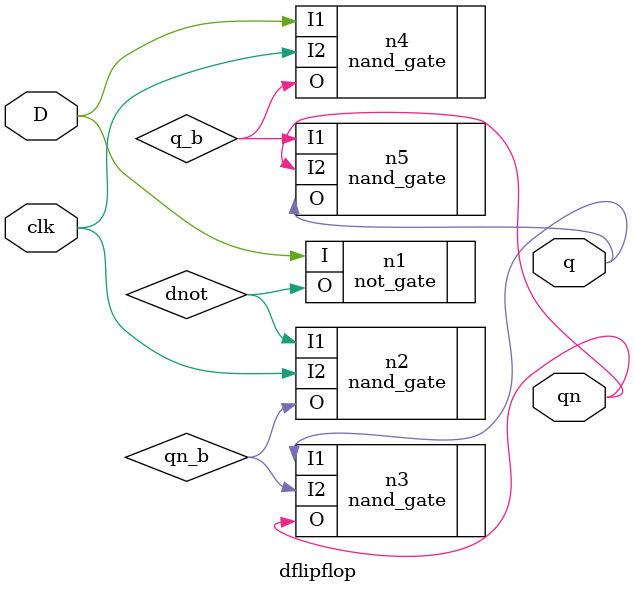
<source format=v>
`timescale 1ns / 1ps
module dflipflop(
                    input D,
                    input clk,
                    output q,
                    output qn
    );  
wire dnot;
wire q_b;
wire qn_b;
not_gate n1 (.I(D),.O(dnot));
nand_gate n2(.I1(dnot),.I2(clk),.O(qn_b));
nand_gate n3(.I1(q),.I2(qn_b),.O(qn));
nand_gate n4(.I1(D),.I2(clk),.O(q_b));
nand_gate n5(.I1(q_b),.I2(qn),.O(q));
endmodule



</source>
